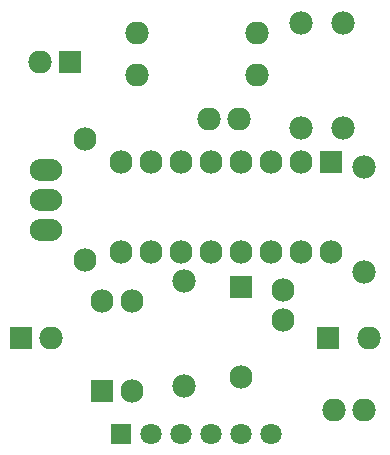
<source format=gts>
%FSLAX44Y44*%
%MOMM*%
G71*
G01*
G75*
G04 Layer_Color=8388736*
%ADD10C,1.7780*%
%ADD11C,1.6000*%
%ADD12R,1.6000X1.6000*%
%ADD13R,1.7556X1.7634*%
%ADD14O,1.7556X1.7634*%
%ADD15R,1.7634X1.7556*%
%ADD16O,1.7634X1.7556*%
%ADD17O,2.5400X1.6764*%
%ADD18C,1.4986*%
%ADD19C,0.2000*%
%ADD20C,0.2540*%
%ADD21C,0.3810*%
%ADD22C,0.1778*%
%ADD23C,0.1270*%
%ADD24R,3.2000X0.5080*%
%ADD25C,1.9812*%
%ADD26C,1.8032*%
%ADD27R,1.8032X1.8032*%
%ADD28R,1.9588X1.9666*%
%ADD29O,1.9588X1.9666*%
%ADD30R,1.9666X1.9588*%
%ADD31O,1.9666X1.9588*%
%ADD32O,2.7432X1.8796*%
D25*
X327660Y152400D02*
D03*
Y241300D02*
D03*
X175260Y55880D02*
D03*
Y144780D02*
D03*
X274320Y274320D02*
D03*
Y363220D02*
D03*
X309880Y274320D02*
D03*
Y363220D02*
D03*
D26*
X248920Y15240D02*
D03*
X223520D02*
D03*
X198120D02*
D03*
X172720D02*
D03*
X147320D02*
D03*
D27*
X121920D02*
D03*
D28*
X299720Y245520D02*
D03*
X105441Y51401D02*
D03*
X223520Y139700D02*
D03*
D29*
X274320Y245520D02*
D03*
X248920D02*
D03*
X223520D02*
D03*
X198120D02*
D03*
X172720D02*
D03*
X147320D02*
D03*
X121920D02*
D03*
X299720Y169320D02*
D03*
X274320D02*
D03*
X248920D02*
D03*
X223520D02*
D03*
X198120D02*
D03*
X172720D02*
D03*
X147320D02*
D03*
X121920D02*
D03*
X130841Y51401D02*
D03*
Y127601D02*
D03*
X105441D02*
D03*
X91440Y264360D02*
D03*
Y162360D02*
D03*
X259080Y111760D02*
D03*
Y137160D02*
D03*
X223520Y63500D02*
D03*
D30*
X36860Y96480D02*
D03*
X78740Y330200D02*
D03*
X296474Y96520D02*
D03*
D31*
X62260Y96480D02*
D03*
X53340Y330200D02*
D03*
X237120Y354240D02*
D03*
X135120D02*
D03*
Y318680D02*
D03*
X237120D02*
D03*
X196300Y281600D02*
D03*
X221700D02*
D03*
X331475Y96520D02*
D03*
X327660Y35560D02*
D03*
X302260D02*
D03*
D32*
X58420Y187960D02*
D03*
Y213360D02*
D03*
Y238760D02*
D03*
M02*

</source>
